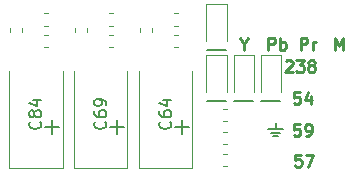
<source format=gbr>
G04 #@! TF.GenerationSoftware,KiCad,Pcbnew,(5.1.5-0-10_14)*
G04 #@! TF.CreationDate,2020-08-30T13:38:49+03:00*
G04 #@! TF.ProjectId,miniRGBii,6d696e69-5247-4426-9969-2e6b69636164,rev?*
G04 #@! TF.SameCoordinates,Original*
G04 #@! TF.FileFunction,Legend,Top*
G04 #@! TF.FilePolarity,Positive*
%FSLAX46Y46*%
G04 Gerber Fmt 4.6, Leading zero omitted, Abs format (unit mm)*
G04 Created by KiCad (PCBNEW (5.1.5-0-10_14)) date 2020-08-30 13:38:49*
%MOMM*%
%LPD*%
G04 APERTURE LIST*
%ADD10C,0.150000*%
%ADD11C,0.250000*%
%ADD12C,0.120000*%
G04 APERTURE END LIST*
D10*
X198500000Y-64300000D02*
X198500000Y-65500000D01*
X197900000Y-64900000D02*
X199100000Y-64900000D01*
X187500000Y-64300000D02*
X187500000Y-65500000D01*
X186900000Y-64900000D02*
X188100000Y-64900000D01*
X192400000Y-64900000D02*
X193600000Y-64900000D01*
X193000000Y-64300000D02*
X193000000Y-65500000D01*
X205800000Y-65100000D02*
X207000000Y-65100000D01*
X206400000Y-64600000D02*
X206400000Y-64900000D01*
X206200000Y-65700000D02*
X206600000Y-65700000D01*
X206000000Y-65400000D02*
X206800000Y-65400000D01*
X205200000Y-62700000D02*
X206800000Y-62700000D01*
X202900000Y-62700000D02*
X204500000Y-62700000D01*
X200600000Y-62700000D02*
X202200000Y-62700000D01*
X200600000Y-58400000D02*
X202200000Y-58400000D01*
D11*
X207261904Y-59347619D02*
X207309523Y-59300000D01*
X207404761Y-59252380D01*
X207642857Y-59252380D01*
X207738095Y-59300000D01*
X207785714Y-59347619D01*
X207833333Y-59442857D01*
X207833333Y-59538095D01*
X207785714Y-59680952D01*
X207214285Y-60252380D01*
X207833333Y-60252380D01*
X208166666Y-59252380D02*
X208785714Y-59252380D01*
X208452380Y-59633333D01*
X208595238Y-59633333D01*
X208690476Y-59680952D01*
X208738095Y-59728571D01*
X208785714Y-59823809D01*
X208785714Y-60061904D01*
X208738095Y-60157142D01*
X208690476Y-60204761D01*
X208595238Y-60252380D01*
X208309523Y-60252380D01*
X208214285Y-60204761D01*
X208166666Y-60157142D01*
X209357142Y-59680952D02*
X209261904Y-59633333D01*
X209214285Y-59585714D01*
X209166666Y-59490476D01*
X209166666Y-59442857D01*
X209214285Y-59347619D01*
X209261904Y-59300000D01*
X209357142Y-59252380D01*
X209547619Y-59252380D01*
X209642857Y-59300000D01*
X209690476Y-59347619D01*
X209738095Y-59442857D01*
X209738095Y-59490476D01*
X209690476Y-59585714D01*
X209642857Y-59633333D01*
X209547619Y-59680952D01*
X209357142Y-59680952D01*
X209261904Y-59728571D01*
X209214285Y-59776190D01*
X209166666Y-59871428D01*
X209166666Y-60061904D01*
X209214285Y-60157142D01*
X209261904Y-60204761D01*
X209357142Y-60252380D01*
X209547619Y-60252380D01*
X209642857Y-60204761D01*
X209690476Y-60157142D01*
X209738095Y-60061904D01*
X209738095Y-59871428D01*
X209690476Y-59776190D01*
X209642857Y-59728571D01*
X209547619Y-59680952D01*
X208461904Y-61952380D02*
X207985714Y-61952380D01*
X207938095Y-62428571D01*
X207985714Y-62380952D01*
X208080952Y-62333333D01*
X208319047Y-62333333D01*
X208414285Y-62380952D01*
X208461904Y-62428571D01*
X208509523Y-62523809D01*
X208509523Y-62761904D01*
X208461904Y-62857142D01*
X208414285Y-62904761D01*
X208319047Y-62952380D01*
X208080952Y-62952380D01*
X207985714Y-62904761D01*
X207938095Y-62857142D01*
X209366666Y-62285714D02*
X209366666Y-62952380D01*
X209128571Y-61904761D02*
X208890476Y-62619047D01*
X209509523Y-62619047D01*
X208461904Y-64652380D02*
X207985714Y-64652380D01*
X207938095Y-65128571D01*
X207985714Y-65080952D01*
X208080952Y-65033333D01*
X208319047Y-65033333D01*
X208414285Y-65080952D01*
X208461904Y-65128571D01*
X208509523Y-65223809D01*
X208509523Y-65461904D01*
X208461904Y-65557142D01*
X208414285Y-65604761D01*
X208319047Y-65652380D01*
X208080952Y-65652380D01*
X207985714Y-65604761D01*
X207938095Y-65557142D01*
X208985714Y-65652380D02*
X209176190Y-65652380D01*
X209271428Y-65604761D01*
X209319047Y-65557142D01*
X209414285Y-65414285D01*
X209461904Y-65223809D01*
X209461904Y-64842857D01*
X209414285Y-64747619D01*
X209366666Y-64700000D01*
X209271428Y-64652380D01*
X209080952Y-64652380D01*
X208985714Y-64700000D01*
X208938095Y-64747619D01*
X208890476Y-64842857D01*
X208890476Y-65080952D01*
X208938095Y-65176190D01*
X208985714Y-65223809D01*
X209080952Y-65271428D01*
X209271428Y-65271428D01*
X209366666Y-65223809D01*
X209414285Y-65176190D01*
X209461904Y-65080952D01*
X208561904Y-67252380D02*
X208085714Y-67252380D01*
X208038095Y-67728571D01*
X208085714Y-67680952D01*
X208180952Y-67633333D01*
X208419047Y-67633333D01*
X208514285Y-67680952D01*
X208561904Y-67728571D01*
X208609523Y-67823809D01*
X208609523Y-68061904D01*
X208561904Y-68157142D01*
X208514285Y-68204761D01*
X208419047Y-68252380D01*
X208180952Y-68252380D01*
X208085714Y-68204761D01*
X208038095Y-68157142D01*
X208942857Y-67252380D02*
X209609523Y-67252380D01*
X209180952Y-68252380D01*
X211466666Y-58352380D02*
X211466666Y-57352380D01*
X211800000Y-58066666D01*
X212133333Y-57352380D01*
X212133333Y-58352380D01*
X208528571Y-58352380D02*
X208528571Y-57352380D01*
X208909523Y-57352380D01*
X209004761Y-57400000D01*
X209052380Y-57447619D01*
X209100000Y-57542857D01*
X209100000Y-57685714D01*
X209052380Y-57780952D01*
X209004761Y-57828571D01*
X208909523Y-57876190D01*
X208528571Y-57876190D01*
X209528571Y-58352380D02*
X209528571Y-57685714D01*
X209528571Y-57876190D02*
X209576190Y-57780952D01*
X209623809Y-57733333D01*
X209719047Y-57685714D01*
X209814285Y-57685714D01*
X205785714Y-58352380D02*
X205785714Y-57352380D01*
X206166666Y-57352380D01*
X206261904Y-57400000D01*
X206309523Y-57447619D01*
X206357142Y-57542857D01*
X206357142Y-57685714D01*
X206309523Y-57780952D01*
X206261904Y-57828571D01*
X206166666Y-57876190D01*
X205785714Y-57876190D01*
X206785714Y-58352380D02*
X206785714Y-57352380D01*
X206785714Y-57733333D02*
X206880952Y-57685714D01*
X207071428Y-57685714D01*
X207166666Y-57733333D01*
X207214285Y-57780952D01*
X207261904Y-57876190D01*
X207261904Y-58161904D01*
X207214285Y-58257142D01*
X207166666Y-58304761D01*
X207071428Y-58352380D01*
X206880952Y-58352380D01*
X206785714Y-58304761D01*
X203700000Y-57876190D02*
X203700000Y-58352380D01*
X203366666Y-57352380D02*
X203700000Y-57876190D01*
X204033333Y-57352380D01*
D12*
X206850000Y-58800000D02*
X205150000Y-58800000D01*
X205150000Y-58800000D02*
X205150000Y-61950000D01*
X206850000Y-58800000D02*
X206850000Y-61950000D01*
X194840000Y-60150000D02*
X194840000Y-68385000D01*
X194840000Y-68385000D02*
X199360000Y-68385000D01*
X199360000Y-68385000D02*
X199360000Y-60150000D01*
X193860000Y-68385000D02*
X193860000Y-60150000D01*
X189340000Y-68385000D02*
X193860000Y-68385000D01*
X189340000Y-60150000D02*
X189340000Y-68385000D01*
X183840000Y-60150000D02*
X183840000Y-68385000D01*
X183840000Y-68385000D02*
X188360000Y-68385000D01*
X188360000Y-68385000D02*
X188360000Y-60150000D01*
X202250000Y-54500000D02*
X200550000Y-54500000D01*
X200550000Y-54500000D02*
X200550000Y-57650000D01*
X202250000Y-54500000D02*
X202250000Y-57650000D01*
X202250000Y-58800000D02*
X202250000Y-61950000D01*
X200550000Y-58800000D02*
X200550000Y-61950000D01*
X202250000Y-58800000D02*
X200550000Y-58800000D01*
X204550000Y-58800000D02*
X202850000Y-58800000D01*
X202850000Y-58800000D02*
X202850000Y-61950000D01*
X204550000Y-58800000D02*
X204550000Y-61950000D01*
X183890000Y-56528733D02*
X183890000Y-56871267D01*
X184910000Y-56528733D02*
X184910000Y-56871267D01*
X186828733Y-55290000D02*
X187171267Y-55290000D01*
X186828733Y-56310000D02*
X187171267Y-56310000D01*
X194890000Y-56528733D02*
X194890000Y-56871267D01*
X195910000Y-56528733D02*
X195910000Y-56871267D01*
X197828733Y-55290000D02*
X198171267Y-55290000D01*
X197828733Y-56310000D02*
X198171267Y-56310000D01*
X189390000Y-56528733D02*
X189390000Y-56871267D01*
X190410000Y-56528733D02*
X190410000Y-56871267D01*
X192328733Y-55290000D02*
X192671267Y-55290000D01*
X192328733Y-56310000D02*
X192671267Y-56310000D01*
X187171267Y-58110000D02*
X186828733Y-58110000D01*
X187171267Y-57090000D02*
X186828733Y-57090000D01*
X198171267Y-57090000D02*
X197828733Y-57090000D01*
X198171267Y-58110000D02*
X197828733Y-58110000D01*
X192671267Y-58110000D02*
X192328733Y-58110000D01*
X192671267Y-57090000D02*
X192328733Y-57090000D01*
X201928733Y-64410000D02*
X202271267Y-64410000D01*
X201928733Y-63390000D02*
X202271267Y-63390000D01*
X202271267Y-68210000D02*
X201928733Y-68210000D01*
X202271267Y-67190000D02*
X201928733Y-67190000D01*
X202271267Y-65290000D02*
X201928733Y-65290000D01*
X202271267Y-66310000D02*
X201928733Y-66310000D01*
D10*
X197457142Y-64442857D02*
X197504761Y-64490476D01*
X197552380Y-64633333D01*
X197552380Y-64728571D01*
X197504761Y-64871428D01*
X197409523Y-64966666D01*
X197314285Y-65014285D01*
X197123809Y-65061904D01*
X196980952Y-65061904D01*
X196790476Y-65014285D01*
X196695238Y-64966666D01*
X196600000Y-64871428D01*
X196552380Y-64728571D01*
X196552380Y-64633333D01*
X196600000Y-64490476D01*
X196647619Y-64442857D01*
X196552380Y-63585714D02*
X196552380Y-63776190D01*
X196600000Y-63871428D01*
X196647619Y-63919047D01*
X196790476Y-64014285D01*
X196980952Y-64061904D01*
X197361904Y-64061904D01*
X197457142Y-64014285D01*
X197504761Y-63966666D01*
X197552380Y-63871428D01*
X197552380Y-63680952D01*
X197504761Y-63585714D01*
X197457142Y-63538095D01*
X197361904Y-63490476D01*
X197123809Y-63490476D01*
X197028571Y-63538095D01*
X196980952Y-63585714D01*
X196933333Y-63680952D01*
X196933333Y-63871428D01*
X196980952Y-63966666D01*
X197028571Y-64014285D01*
X197123809Y-64061904D01*
X196885714Y-62633333D02*
X197552380Y-62633333D01*
X196504761Y-62871428D02*
X197219047Y-63109523D01*
X197219047Y-62490476D01*
X191957142Y-64442857D02*
X192004761Y-64490476D01*
X192052380Y-64633333D01*
X192052380Y-64728571D01*
X192004761Y-64871428D01*
X191909523Y-64966666D01*
X191814285Y-65014285D01*
X191623809Y-65061904D01*
X191480952Y-65061904D01*
X191290476Y-65014285D01*
X191195238Y-64966666D01*
X191100000Y-64871428D01*
X191052380Y-64728571D01*
X191052380Y-64633333D01*
X191100000Y-64490476D01*
X191147619Y-64442857D01*
X191052380Y-63585714D02*
X191052380Y-63776190D01*
X191100000Y-63871428D01*
X191147619Y-63919047D01*
X191290476Y-64014285D01*
X191480952Y-64061904D01*
X191861904Y-64061904D01*
X191957142Y-64014285D01*
X192004761Y-63966666D01*
X192052380Y-63871428D01*
X192052380Y-63680952D01*
X192004761Y-63585714D01*
X191957142Y-63538095D01*
X191861904Y-63490476D01*
X191623809Y-63490476D01*
X191528571Y-63538095D01*
X191480952Y-63585714D01*
X191433333Y-63680952D01*
X191433333Y-63871428D01*
X191480952Y-63966666D01*
X191528571Y-64014285D01*
X191623809Y-64061904D01*
X192052380Y-63014285D02*
X192052380Y-62823809D01*
X192004761Y-62728571D01*
X191957142Y-62680952D01*
X191814285Y-62585714D01*
X191623809Y-62538095D01*
X191242857Y-62538095D01*
X191147619Y-62585714D01*
X191100000Y-62633333D01*
X191052380Y-62728571D01*
X191052380Y-62919047D01*
X191100000Y-63014285D01*
X191147619Y-63061904D01*
X191242857Y-63109523D01*
X191480952Y-63109523D01*
X191576190Y-63061904D01*
X191623809Y-63014285D01*
X191671428Y-62919047D01*
X191671428Y-62728571D01*
X191623809Y-62633333D01*
X191576190Y-62585714D01*
X191480952Y-62538095D01*
X186457142Y-64442857D02*
X186504761Y-64490476D01*
X186552380Y-64633333D01*
X186552380Y-64728571D01*
X186504761Y-64871428D01*
X186409523Y-64966666D01*
X186314285Y-65014285D01*
X186123809Y-65061904D01*
X185980952Y-65061904D01*
X185790476Y-65014285D01*
X185695238Y-64966666D01*
X185600000Y-64871428D01*
X185552380Y-64728571D01*
X185552380Y-64633333D01*
X185600000Y-64490476D01*
X185647619Y-64442857D01*
X185980952Y-63871428D02*
X185933333Y-63966666D01*
X185885714Y-64014285D01*
X185790476Y-64061904D01*
X185742857Y-64061904D01*
X185647619Y-64014285D01*
X185600000Y-63966666D01*
X185552380Y-63871428D01*
X185552380Y-63680952D01*
X185600000Y-63585714D01*
X185647619Y-63538095D01*
X185742857Y-63490476D01*
X185790476Y-63490476D01*
X185885714Y-63538095D01*
X185933333Y-63585714D01*
X185980952Y-63680952D01*
X185980952Y-63871428D01*
X186028571Y-63966666D01*
X186076190Y-64014285D01*
X186171428Y-64061904D01*
X186361904Y-64061904D01*
X186457142Y-64014285D01*
X186504761Y-63966666D01*
X186552380Y-63871428D01*
X186552380Y-63680952D01*
X186504761Y-63585714D01*
X186457142Y-63538095D01*
X186361904Y-63490476D01*
X186171428Y-63490476D01*
X186076190Y-63538095D01*
X186028571Y-63585714D01*
X185980952Y-63680952D01*
X185885714Y-62633333D02*
X186552380Y-62633333D01*
X185504761Y-62871428D02*
X186219047Y-63109523D01*
X186219047Y-62490476D01*
M02*

</source>
